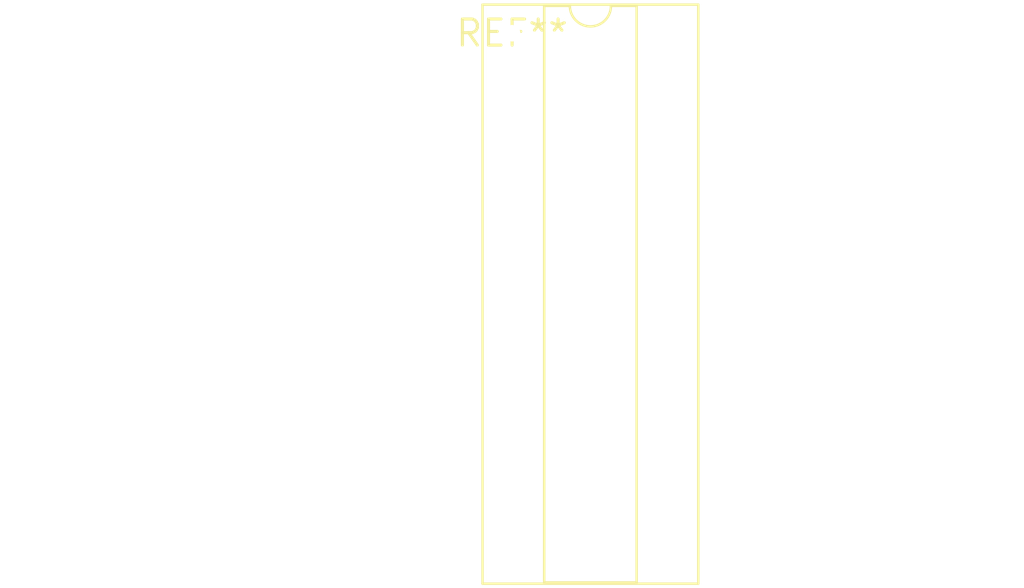
<source format=kicad_pcb>
(kicad_pcb (version 20240108) (generator pcbnew)
  (layers (0 "F.Cu" signal) (31 "B.Cu" signal) (34 "B.Paste" user) (35 "F.Paste" user) (36 "B.SilkS" user "B.Silkscreen") (37 "F.SilkS" user "F.Silkscreen") (38 "B.Mask" user) (39 "F.Mask" user) (44 "Edge.Cuts" user))
  (net 0 "")
  (footprint "CERDIP-22_W7.62mm_SideBrazed_LongPads_Socket" (layer "F.Cu") (at 0 0)
    (property "Reference" "REF**")
    (property "Value" "CERDIP-22_W7.62mm_SideBrazed_LongPads_Socket")
    (fp_line (start -1.44 -1.39) (end -1.44 26.79) (layer "F.SilkS") (stroke (width 0.12)))
    (fp_line (start -1.44 26.79) (end 9.06 26.79) (layer "F.SilkS") (stroke (width 0.12)))
    (fp_line (start 1.56 -1.33) (end 1.56 26.73) (layer "F.SilkS") (stroke (width 0.12)))
    (fp_line (start 1.56 26.73) (end 6.06 26.73) (layer "F.SilkS") (stroke (width 0.12)))
    (fp_line (start 2.81 -1.33) (end 1.56 -1.33) (layer "F.SilkS") (stroke (width 0.12)))
    (fp_line (start 6.06 -1.33) (end 4.81 -1.33) (layer "F.SilkS") (stroke (width 0.12)))
    (fp_line (start 6.06 26.73) (end 6.06 -1.33) (layer "F.SilkS") (stroke (width 0.12)))
    (fp_line (start 9.06 -1.39) (end -1.44 -1.39) (layer "F.SilkS") (stroke (width 0.12)))
    (fp_line (start 9.06 26.79) (end 9.06 -1.39) (layer "F.SilkS") (stroke (width 0.12)))
    (fp_arc (start 4.81 -1.33) (mid 3.81 -0.33) (end 2.81 -1.33) (layer "F.SilkS") (stroke (width 0.12)))
    (pad "1" thru_hole rect (at 0 0) (size 2.4 1.6) (drill 0.8) (layers *.Cu *.Mask) (remove_unused_layers))
    (pad "2" thru_hole oval (at 0 2.54) (size 2.4 1.6) (drill 0.8) (layers *.Cu *.Mask) (remove_unused_layers))
    (pad "3" thru_hole oval (at 0 5.08) (size 2.4 1.6) (drill 0.8) (layers *.Cu *.Mask) (remove_unused_layers))
    (pad "4" thru_hole oval (at 0 7.62) (size 2.4 1.6) (drill 0.8) (layers *.Cu *.Mask) (remove_unused_layers))
    (pad "5" thru_hole oval (at 0 10.16) (size 2.4 1.6) (drill 0.8) (layers *.Cu *.Mask) (remove_unused_layers))
    (pad "6" thru_hole oval (at 0 12.7) (size 2.4 1.6) (drill 0.8) (layers *.Cu *.Mask) (remove_unused_layers))
    (pad "7" thru_hole oval (at 0 15.24) (size 2.4 1.6) (drill 0.8) (layers *.Cu *.Mask) (remove_unused_layers))
    (pad "8" thru_hole oval (at 0 17.78) (size 2.4 1.6) (drill 0.8) (layers *.Cu *.Mask) (remove_unused_layers))
    (pad "9" thru_hole oval (at 0 20.32) (size 2.4 1.6) (drill 0.8) (layers *.Cu *.Mask) (remove_unused_layers))
    (pad "10" thru_hole oval (at 0 22.86) (size 2.4 1.6) (drill 0.8) (layers *.Cu *.Mask) (remove_unused_layers))
    (pad "11" thru_hole oval (at 0 25.4) (size 2.4 1.6) (drill 0.8) (layers *.Cu *.Mask) (remove_unused_layers))
    (pad "12" thru_hole oval (at 7.62 25.4) (size 2.4 1.6) (drill 0.8) (layers *.Cu *.Mask) (remove_unused_layers))
    (pad "13" thru_hole oval (at 7.62 22.86) (size 2.4 1.6) (drill 0.8) (layers *.Cu *.Mask) (remove_unused_layers))
    (pad "14" thru_hole oval (at 7.62 20.32) (size 2.4 1.6) (drill 0.8) (layers *.Cu *.Mask) (remove_unused_layers))
    (pad "15" thru_hole oval (at 7.62 17.78) (size 2.4 1.6) (drill 0.8) (layers *.Cu *.Mask) (remove_unused_layers))
    (pad "16" thru_hole oval (at 7.62 15.24) (size 2.4 1.6) (drill 0.8) (layers *.Cu *.Mask) (remove_unused_layers))
    (pad "17" thru_hole oval (at 7.62 12.7) (size 2.4 1.6) (drill 0.8) (layers *.Cu *.Mask) (remove_unused_layers))
    (pad "18" thru_hole oval (at 7.62 10.16) (size 2.4 1.6) (drill 0.8) (layers *.Cu *.Mask) (remove_unused_layers))
    (pad "19" thru_hole oval (at 7.62 7.62) (size 2.4 1.6) (drill 0.8) (layers *.Cu *.Mask) (remove_unused_layers))
    (pad "20" thru_hole oval (at 7.62 5.08) (size 2.4 1.6) (drill 0.8) (layers *.Cu *.Mask) (remove_unused_layers))
    (pad "21" thru_hole oval (at 7.62 2.54) (size 2.4 1.6) (drill 0.8) (layers *.Cu *.Mask) (remove_unused_layers))
    (pad "22" thru_hole oval (at 7.62 0) (size 2.4 1.6) (drill 0.8) (layers *.Cu *.Mask) (remove_unused_layers))
  )
)
</source>
